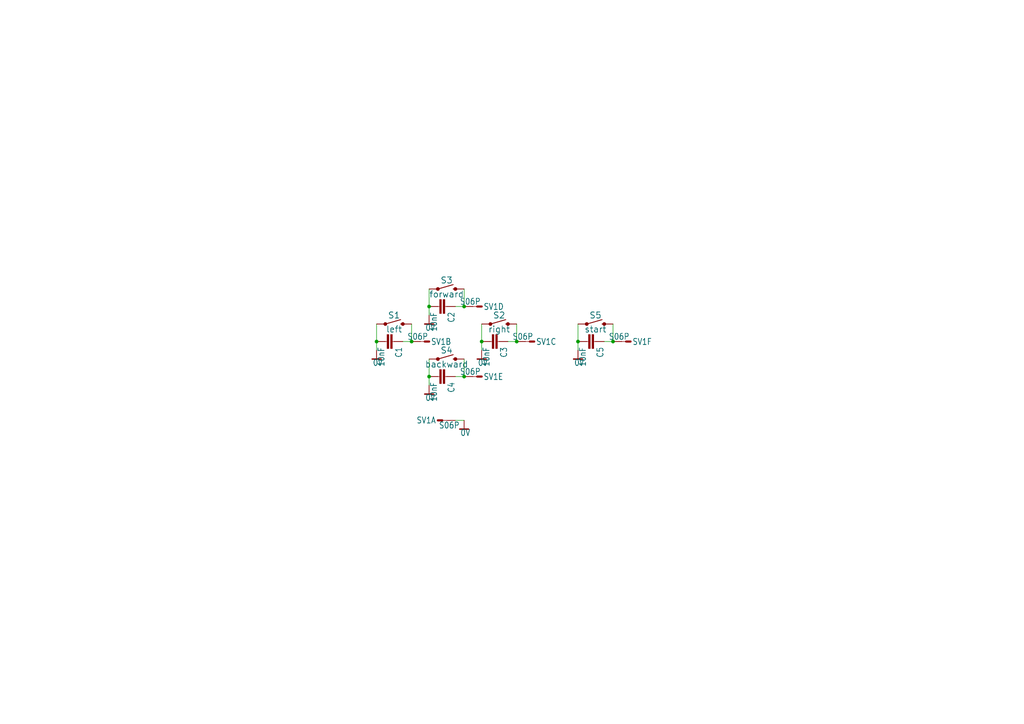
<source format=kicad_sch>
(kicad_sch (version 20211123) (generator eeschema)
  (paper "A4")
  (lib_symbols
    (symbol "buttons-eagle-import:0V" (power)
      (property "Value" "0V" (at -1.143 -2.032 0))
      (symbol "0V_1_0"
        (polyline (pts (xy -1.27 0) (xy 1.27 0)) (stroke (width 0.4064)))
        (pin power_in line (at 0 2.54 270) (length 2.54) (name "0V") (number "1"))
      )
    )
    (symbol "buttons-eagle-import:C-EUC0805K"
      (property "Reference" "C" (at 1.524 0.381 0))
      (property "Value" "C-EUC0805K" (at 1.524 -4.699 0))
      (symbol "C-EUC0805K_1_0"
        (rectangle (start -2.032 -2.032) (end 2.032 -1.524) (fill (type outline)))
        (rectangle (start -2.032 -1.016) (end 2.032 -0.508) (fill (type outline)))
        (polyline (pts (xy 0 -2.54) (xy 0 -2.032)) (stroke (width 0.1524)))
        (polyline (pts (xy 0 0) (xy 0 -0.508)) (stroke (width 0.1524)))
        (pin passive line (at 0 2.54 270) (length 2.54) (name "1") (number "1"))
        (pin passive line (at 0 -5.08 90) (length 2.54) (name "2") (number "2"))
      )
    )
    (symbol "buttons-eagle-import:MOMENTARY-SWITCH-SPST-SMD-12MM"
      (property "Reference" "S" (at 0 1.524 0))
      (property "Value" "MOMENTARY-SWITCH-SPST-SMD-12MM" (at 0 -0.508 0))
      (symbol "MOMENTARY-SWITCH-SPST-SMD-12MM_1_0"
        (circle (center -2.54 0) (radius 0.127) (stroke (width 0.4064)))
        (polyline (pts (xy -2.54 0) (xy 1.905 1.27)) (stroke (width 0.254)))
        (polyline (pts (xy 1.905 0) (xy 2.54 0)) (stroke (width 0.254)))
        (circle (center 2.54 0) (radius 0.127) (stroke (width 0.4064)))
        (pin passive line (at -5.08 0 0) (length 2.54) (name "1") (number "1"))
        (pin passive line (at 5.08 0 180) (length 2.54) (name "2") (number "3"))
      )
    )
    (symbol "buttons-eagle-import:S06P"
      (property "Reference" "SV" (at -0.508 1.016 0))
      (property "Value" "S06P" (at 0.254 -2.413 0))
      (symbol "S06P_1_0"
        (polyline (pts (xy 0 0) (xy 1.27 0)) (stroke (width 0.6096)))
        (polyline (pts (xy 1.27 0) (xy 2.54 0)) (stroke (width 0.1524)))
        (pin passive line (at 5.08 0 180) (length 2.54) (name "S") (number "1"))
      )
      (symbol "S06P_2_0"
        (polyline (pts (xy 0 0) (xy 1.27 0)) (stroke (width 0.6096)))
        (polyline (pts (xy 1.27 0) (xy 2.54 0)) (stroke (width 0.1524)))
        (pin passive line (at 5.08 0 180) (length 2.54) (name "S") (number "2"))
      )
      (symbol "S06P_3_0"
        (polyline (pts (xy 0 0) (xy 1.27 0)) (stroke (width 0.6096)))
        (polyline (pts (xy 1.27 0) (xy 2.54 0)) (stroke (width 0.1524)))
        (pin passive line (at 5.08 0 180) (length 2.54) (name "S") (number "3"))
      )
      (symbol "S06P_4_0"
        (polyline (pts (xy 0 0) (xy 1.27 0)) (stroke (width 0.6096)))
        (polyline (pts (xy 1.27 0) (xy 2.54 0)) (stroke (width 0.1524)))
        (pin passive line (at 5.08 0 180) (length 2.54) (name "S") (number "4"))
      )
      (symbol "S06P_5_0"
        (polyline (pts (xy 0 0) (xy 1.27 0)) (stroke (width 0.6096)))
        (polyline (pts (xy 1.27 0) (xy 2.54 0)) (stroke (width 0.1524)))
        (pin passive line (at 5.08 0 180) (length 2.54) (name "S") (number "5"))
      )
      (symbol "S06P_6_0"
        (polyline (pts (xy 0 0) (xy 1.27 0)) (stroke (width 0.6096)))
        (polyline (pts (xy 1.27 0) (xy 2.54 0)) (stroke (width 0.1524)))
        (pin passive line (at 5.08 0 180) (length 2.54) (name "S") (number "6"))
      )
    )
  )
  (junction (at 134.62 109.22))
  (junction (at 109.22 99.06))
  (junction (at 124.46 88.9))
  (junction (at 149.86 99.06))
  (junction (at 134.62 88.9))
  (junction (at 167.64 99.06))
  (junction (at 124.46 109.22))
  (junction (at 177.8 99.06))
  (junction (at 119.38 99.06))
  (junction (at 139.7 99.06))
  (wire (pts (xy 132.08 121.92) (xy 134.62 121.92)))
  (wire (pts (xy 124.46 88.9) (xy 124.46 83.82)))
  (wire (pts (xy 139.7 99.06) (xy 139.7 93.98)))
  (wire (pts (xy 119.38 99.06) (xy 119.38 93.98)))
  (wire (pts (xy 124.46 109.22) (xy 124.46 104.14)))
  (wire (pts (xy 149.86 99.06) (xy 149.86 93.98)))
  (wire (pts (xy 109.22 99.06) (xy 109.22 93.98)))
  (wire (pts (xy 139.7 101.6) (xy 139.7 99.06)))
  (wire (pts (xy 124.46 91.44) (xy 124.46 88.9)))
  (wire (pts (xy 134.62 88.9) (xy 134.62 83.82)))
  (wire (pts (xy 177.8 99.06) (xy 177.8 93.98)))
  (wire (pts (xy 132.08 88.9) (xy 134.62 88.9)))
  (wire (pts (xy 124.46 111.76) (xy 124.46 109.22)))
  (wire (pts (xy 109.22 101.6) (xy 109.22 99.06)))
  (wire (pts (xy 134.62 109.22) (xy 134.62 104.14)))
  (wire (pts (xy 167.64 101.6) (xy 167.64 99.06)))
  (wire (pts (xy 147.32 99.06) (xy 149.86 99.06)))
  (wire (pts (xy 116.84 99.06) (xy 119.38 99.06)))
  (wire (pts (xy 132.08 109.22) (xy 134.62 109.22)))
  (wire (pts (xy 167.64 99.06) (xy 167.64 93.98)))
  (wire (pts (xy 175.26 99.06) (xy 177.8 99.06)))
  (symbol (lib_id "buttons-eagle-import:S06P") (at 139.7 88.9 180) (unit 4)
    (property "Reference" "SV1" (at 140.208 89.916 0) (effects (font (size 1.778 1.5113)) (justify right top)))
    (property "Value" "S06P" (at 139.446 86.487 0) (effects (font (size 1.778 1.5113)) (justify left bottom)))
    (property "Footprint" "buttons:S06P" (effects hide))
  )
  (symbol (lib_id "buttons-eagle-import:S06P") (at 127 121.92 0) (unit 1)
    (property "Reference" "SV1" (at 126.492 120.904 0) (effects (font (size 1.778 1.5113)) (justify right top)))
    (property "Value" "S06P" (at 127.254 124.333 0) (effects (font (size 1.778 1.5113)) (justify left bottom)))
    (property "Footprint" "buttons:S06P" (effects hide))
  )
  (symbol (lib_id "buttons-eagle-import:MOMENTARY-SWITCH-SPST-SMD-12MM") (at 172.72 93.98 0) (unit 1)
    (property "Reference" "S5" (at 172.72 92.456 0) (effects (font (size 1.778 1.778)) (justify bottom)))
    (property "Value" "start" (at 172.72 94.488 0) (effects (font (size 1.778 1.778)) (justify top)))
    (property "Footprint" "buttons:TACTILE_SWITCH_SMD_12MM" (effects hide))
  )
  (symbol (lib_id "buttons-eagle-import:C-EUC0805K") (at 114.3 99.06 270) (unit 1)
    (property "Reference" "C1" (at 114.681 100.584 0) (effects (font (size 1.778 1.5113)) (justify left bottom)))
    (property "Value" "10nF" (at 109.601 100.584 0) (effects (font (size 1.778 1.5113)) (justify left bottom)))
    (property "Footprint" "buttons:C0805K" (effects hide))
  )
  (symbol (lib_id "buttons-eagle-import:0V") (at 124.46 114.3 0) (unit 1)
    (property "Reference" "#SUPPLY4" (effects hide))
    (property "Value" "0V" (at 123.317 116.332 0) (effects (font (size 1.778 1.5113)) (justify left bottom)))
    (property "Footprint" "buttons:" (effects hide))
  )
  (symbol (lib_id "buttons-eagle-import:0V") (at 124.46 93.98 0) (unit 1)
    (property "Reference" "#SUPPLY2" (effects hide))
    (property "Value" "0V" (at 123.317 96.012 0) (effects (font (size 1.778 1.5113)) (justify left bottom)))
    (property "Footprint" "buttons:" (effects hide))
  )
  (symbol (lib_id "buttons-eagle-import:MOMENTARY-SWITCH-SPST-SMD-12MM") (at 144.78 93.98 0) (unit 1)
    (property "Reference" "S2" (at 144.78 92.456 0) (effects (font (size 1.778 1.778)) (justify bottom)))
    (property "Value" "right" (at 144.78 94.488 0) (effects (font (size 1.778 1.778)) (justify top)))
    (property "Footprint" "buttons:TACTILE_SWITCH_SMD_12MM" (effects hide))
  )
  (symbol (lib_id "buttons-eagle-import:MOMENTARY-SWITCH-SPST-SMD-12MM") (at 129.54 83.82 0) (unit 1)
    (property "Reference" "S3" (at 129.54 82.296 0) (effects (font (size 1.778 1.778)) (justify bottom)))
    (property "Value" "forward" (at 129.54 84.328 0) (effects (font (size 1.778 1.778)) (justify top)))
    (property "Footprint" "buttons:TACTILE_SWITCH_SMD_12MM" (effects hide))
  )
  (symbol (lib_id "buttons-eagle-import:C-EUC0805K") (at 172.72 99.06 270) (unit 1)
    (property "Reference" "C5" (at 173.101 100.584 0) (effects (font (size 1.778 1.5113)) (justify left bottom)))
    (property "Value" "10nF" (at 168.021 100.584 0) (effects (font (size 1.778 1.5113)) (justify left bottom)))
    (property "Footprint" "buttons:C0805K" (effects hide))
  )
  (symbol (lib_id "buttons-eagle-import:0V") (at 109.22 104.14 0) (unit 1)
    (property "Reference" "#SUPPLY1" (effects hide))
    (property "Value" "0V" (at 108.077 106.172 0) (effects (font (size 1.778 1.5113)) (justify left bottom)))
    (property "Footprint" "buttons:" (effects hide))
  )
  (symbol (lib_id "buttons-eagle-import:MOMENTARY-SWITCH-SPST-SMD-12MM") (at 114.3 93.98 0) (unit 1)
    (property "Reference" "S1" (at 114.3 92.456 0) (effects (font (size 1.778 1.778)) (justify bottom)))
    (property "Value" "left" (at 114.3 94.488 0) (effects (font (size 1.778 1.778)) (justify top)))
    (property "Footprint" "buttons:TACTILE_SWITCH_SMD_12MM" (effects hide))
  )
  (symbol (lib_id "buttons-eagle-import:0V") (at 167.64 104.14 0) (unit 1)
    (property "Reference" "#SUPPLY5" (effects hide))
    (property "Value" "0V" (at 166.497 106.172 0) (effects (font (size 1.778 1.5113)) (justify left bottom)))
    (property "Footprint" "buttons:" (effects hide))
  )
  (symbol (lib_id "buttons-eagle-import:MOMENTARY-SWITCH-SPST-SMD-12MM") (at 129.54 104.14 0) (unit 1)
    (property "Reference" "S4" (at 129.54 102.616 0) (effects (font (size 1.778 1.778)) (justify bottom)))
    (property "Value" "backward" (at 129.54 104.648 0) (effects (font (size 1.778 1.778)) (justify top)))
    (property "Footprint" "buttons:TACTILE_SWITCH_SMD_12MM" (effects hide))
  )
  (symbol (lib_id "buttons-eagle-import:C-EUC0805K") (at 129.54 88.9 270) (unit 1)
    (property "Reference" "C2" (at 129.921 90.424 0) (effects (font (size 1.778 1.5113)) (justify left bottom)))
    (property "Value" "10nF" (at 124.841 90.424 0) (effects (font (size 1.778 1.5113)) (justify left bottom)))
    (property "Footprint" "buttons:C0805K" (effects hide))
  )
  (symbol (lib_id "buttons-eagle-import:S06P") (at 124.46 99.06 180) (unit 2)
    (property "Reference" "SV1" (at 124.968 100.076 0) (effects (font (size 1.778 1.5113)) (justify right top)))
    (property "Value" "S06P" (at 124.206 96.647 0) (effects (font (size 1.778 1.5113)) (justify left bottom)))
    (property "Footprint" "buttons:S06P" (effects hide))
  )
  (symbol (lib_id "buttons-eagle-import:C-EUC0805K") (at 129.54 109.22 270) (unit 1)
    (property "Reference" "C4" (at 129.921 110.744 0) (effects (font (size 1.778 1.5113)) (justify left bottom)))
    (property "Value" "10nF" (at 124.841 110.744 0) (effects (font (size 1.778 1.5113)) (justify left bottom)))
    (property "Footprint" "buttons:C0805K" (effects hide))
  )
  (symbol (lib_id "buttons-eagle-import:0V") (at 134.62 124.46 0) (unit 1)
    (property "Reference" "#SUPPLY6" (effects hide))
    (property "Value" "0V" (at 133.477 126.492 0) (effects (font (size 1.778 1.5113)) (justify left bottom)))
    (property "Footprint" "buttons:" (effects hide))
  )
  (symbol (lib_id "buttons-eagle-import:S06P") (at 139.7 109.22 180) (unit 5)
    (property "Reference" "SV1" (at 140.208 110.236 0) (effects (font (size 1.778 1.5113)) (justify right top)))
    (property "Value" "S06P" (at 139.446 106.807 0) (effects (font (size 1.778 1.5113)) (justify left bottom)))
    (property "Footprint" "buttons:S06P" (effects hide))
  )
  (symbol (lib_id "buttons-eagle-import:C-EUC0805K") (at 144.78 99.06 270) (unit 1)
    (property "Reference" "C3" (at 145.161 100.584 0) (effects (font (size 1.778 1.5113)) (justify left bottom)))
    (property "Value" "10nF" (at 140.081 100.584 0) (effects (font (size 1.778 1.5113)) (justify left bottom)))
    (property "Footprint" "buttons:C0805K" (effects hide))
  )
  (symbol (lib_id "buttons-eagle-import:S06P") (at 182.88 99.06 180) (unit 6)
    (property "Reference" "SV1" (at 183.388 100.076 0) (effects (font (size 1.778 1.5113)) (justify right top)))
    (property "Value" "S06P" (at 182.626 96.647 0) (effects (font (size 1.778 1.5113)) (justify left bottom)))
    (property "Footprint" "buttons:S06P" (effects hide))
  )
  (symbol (lib_id "buttons-eagle-import:S06P") (at 154.94 99.06 180) (unit 3)
    (property "Reference" "SV1" (at 155.448 100.076 0) (effects (font (size 1.778 1.5113)) (justify right top)))
    (property "Value" "S06P" (at 154.686 96.647 0) (effects (font (size 1.778 1.5113)) (justify left bottom)))
    (property "Footprint" "buttons:S06P" (effects hide))
  )
  (symbol (lib_id "buttons-eagle-import:0V") (at 139.7 104.14 0) (unit 1)
    (property "Reference" "#SUPPLY3" (effects hide))
    (property "Value" "0V" (at 138.557 106.172 0) (effects (font (size 1.778 1.5113)) (justify left bottom)))
    (property "Footprint" "buttons:" (effects hide))
  )
)
</source>
